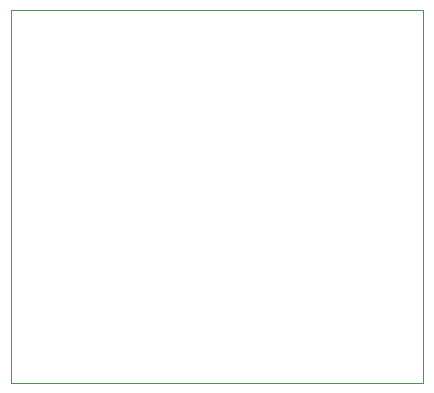
<source format=gbr>
%TF.GenerationSoftware,KiCad,Pcbnew,6.0.7-f9a2dced07~116~ubuntu20.04.1*%
%TF.CreationDate,2022-08-17T00:13:38+02:00*%
%TF.ProjectId,NVM-Amp,4e564d2d-416d-4702-9e6b-696361645f70,rev?*%
%TF.SameCoordinates,Original*%
%TF.FileFunction,Profile,NP*%
%FSLAX46Y46*%
G04 Gerber Fmt 4.6, Leading zero omitted, Abs format (unit mm)*
G04 Created by KiCad (PCBNEW 6.0.7-f9a2dced07~116~ubuntu20.04.1) date 2022-08-17 00:13:38*
%MOMM*%
%LPD*%
G01*
G04 APERTURE LIST*
%TA.AperFunction,Profile*%
%ADD10C,0.100000*%
%TD*%
G04 APERTURE END LIST*
D10*
X236925000Y-146000000D02*
X202050000Y-146000000D01*
X202050000Y-146000000D02*
X202050000Y-114425000D01*
X202050000Y-114425000D02*
X236925000Y-114425000D01*
X236925000Y-114425000D02*
X236925000Y-146000000D01*
M02*

</source>
